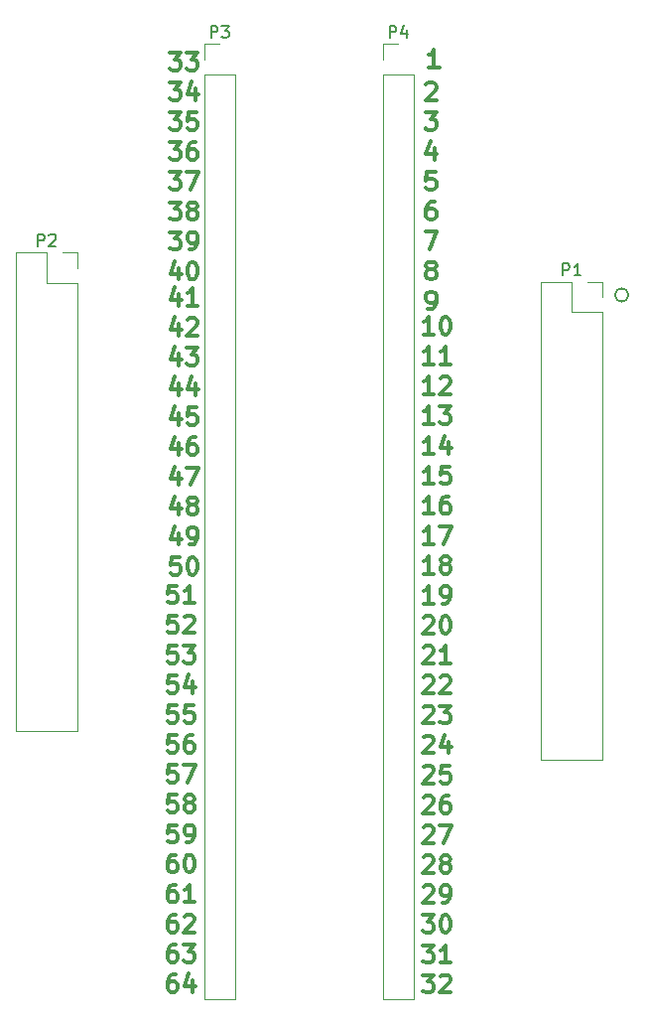
<source format=gbr>
G04 #@! TF.FileFunction,Legend,Top*
%FSLAX46Y46*%
G04 Gerber Fmt 4.6, Leading zero omitted, Abs format (unit mm)*
G04 Created by KiCad (PCBNEW 4.0.7) date 10/02/17 15:55:06*
%MOMM*%
%LPD*%
G01*
G04 APERTURE LIST*
%ADD10C,0.100000*%
%ADD11C,0.300000*%
%ADD12C,0.200000*%
%ADD13C,0.120000*%
%ADD14C,0.150000*%
G04 APERTURE END LIST*
D10*
D11*
X-75469714Y21021429D02*
X-76326857Y21021429D01*
X-75898285Y21021429D02*
X-75898285Y22521429D01*
X-76041142Y22307143D01*
X-76184000Y22164286D01*
X-76326857Y22092857D01*
X-74541143Y22521429D02*
X-74398286Y22521429D01*
X-74255429Y22450000D01*
X-74184000Y22378571D01*
X-74112571Y22235714D01*
X-74041143Y21950000D01*
X-74041143Y21592857D01*
X-74112571Y21307143D01*
X-74184000Y21164286D01*
X-74255429Y21092857D01*
X-74398286Y21021429D01*
X-74541143Y21021429D01*
X-74684000Y21092857D01*
X-74755429Y21164286D01*
X-74826857Y21307143D01*
X-74898286Y21592857D01*
X-74898286Y21950000D01*
X-74826857Y22235714D01*
X-74755429Y22378571D01*
X-74684000Y22450000D01*
X-74541143Y22521429D01*
X-75469714Y18471429D02*
X-76326857Y18471429D01*
X-75898285Y18471429D02*
X-75898285Y19971429D01*
X-76041142Y19757143D01*
X-76184000Y19614286D01*
X-76326857Y19542857D01*
X-74041143Y18471429D02*
X-74898286Y18471429D01*
X-74469714Y18471429D02*
X-74469714Y19971429D01*
X-74612571Y19757143D01*
X-74755429Y19614286D01*
X-74898286Y19542857D01*
X-75469714Y15921429D02*
X-76326857Y15921429D01*
X-75898285Y15921429D02*
X-75898285Y17421429D01*
X-76041142Y17207143D01*
X-76184000Y17064286D01*
X-76326857Y16992857D01*
X-74898286Y17278571D02*
X-74826857Y17350000D01*
X-74684000Y17421429D01*
X-74326857Y17421429D01*
X-74184000Y17350000D01*
X-74112571Y17278571D01*
X-74041143Y17135714D01*
X-74041143Y16992857D01*
X-74112571Y16778571D01*
X-74969714Y15921429D01*
X-74041143Y15921429D01*
X-75469714Y13371429D02*
X-76326857Y13371429D01*
X-75898285Y13371429D02*
X-75898285Y14871429D01*
X-76041142Y14657143D01*
X-76184000Y14514286D01*
X-76326857Y14442857D01*
X-74969714Y14871429D02*
X-74041143Y14871429D01*
X-74541143Y14300000D01*
X-74326857Y14300000D01*
X-74184000Y14228571D01*
X-74112571Y14157143D01*
X-74041143Y14014286D01*
X-74041143Y13657143D01*
X-74112571Y13514286D01*
X-74184000Y13442857D01*
X-74326857Y13371429D01*
X-74755429Y13371429D01*
X-74898286Y13442857D01*
X-74969714Y13514286D01*
X-75469714Y10821429D02*
X-76326857Y10821429D01*
X-75898285Y10821429D02*
X-75898285Y12321429D01*
X-76041142Y12107143D01*
X-76184000Y11964286D01*
X-76326857Y11892857D01*
X-74184000Y11821429D02*
X-74184000Y10821429D01*
X-74541143Y12392857D02*
X-74898286Y11321429D01*
X-73969714Y11321429D01*
X-75469714Y8271429D02*
X-76326857Y8271429D01*
X-75898285Y8271429D02*
X-75898285Y9771429D01*
X-76041142Y9557143D01*
X-76184000Y9414286D01*
X-76326857Y9342857D01*
X-74112571Y9771429D02*
X-74826857Y9771429D01*
X-74898286Y9057143D01*
X-74826857Y9128571D01*
X-74684000Y9200000D01*
X-74326857Y9200000D01*
X-74184000Y9128571D01*
X-74112571Y9057143D01*
X-74041143Y8914286D01*
X-74041143Y8557143D01*
X-74112571Y8414286D01*
X-74184000Y8342857D01*
X-74326857Y8271429D01*
X-74684000Y8271429D01*
X-74826857Y8342857D01*
X-74898286Y8414286D01*
X-75469714Y5721429D02*
X-76326857Y5721429D01*
X-75898285Y5721429D02*
X-75898285Y7221429D01*
X-76041142Y7007143D01*
X-76184000Y6864286D01*
X-76326857Y6792857D01*
X-74184000Y7221429D02*
X-74469714Y7221429D01*
X-74612571Y7150000D01*
X-74684000Y7078571D01*
X-74826857Y6864286D01*
X-74898286Y6578571D01*
X-74898286Y6007143D01*
X-74826857Y5864286D01*
X-74755429Y5792857D01*
X-74612571Y5721429D01*
X-74326857Y5721429D01*
X-74184000Y5792857D01*
X-74112571Y5864286D01*
X-74041143Y6007143D01*
X-74041143Y6364286D01*
X-74112571Y6507143D01*
X-74184000Y6578571D01*
X-74326857Y6650000D01*
X-74612571Y6650000D01*
X-74755429Y6578571D01*
X-74826857Y6507143D01*
X-74898286Y6364286D01*
X-75469714Y3171429D02*
X-76326857Y3171429D01*
X-75898285Y3171429D02*
X-75898285Y4671429D01*
X-76041142Y4457143D01*
X-76184000Y4314286D01*
X-76326857Y4242857D01*
X-74969714Y4671429D02*
X-73969714Y4671429D01*
X-74612571Y3171429D01*
X-75469714Y621429D02*
X-76326857Y621429D01*
X-75898285Y621429D02*
X-75898285Y2121429D01*
X-76041142Y1907143D01*
X-76184000Y1764286D01*
X-76326857Y1692857D01*
X-74612571Y1478571D02*
X-74755429Y1550000D01*
X-74826857Y1621429D01*
X-74898286Y1764286D01*
X-74898286Y1835714D01*
X-74826857Y1978571D01*
X-74755429Y2050000D01*
X-74612571Y2121429D01*
X-74326857Y2121429D01*
X-74184000Y2050000D01*
X-74112571Y1978571D01*
X-74041143Y1835714D01*
X-74041143Y1764286D01*
X-74112571Y1621429D01*
X-74184000Y1550000D01*
X-74326857Y1478571D01*
X-74612571Y1478571D01*
X-74755429Y1407143D01*
X-74826857Y1335714D01*
X-74898286Y1192857D01*
X-74898286Y907143D01*
X-74826857Y764286D01*
X-74755429Y692857D01*
X-74612571Y621429D01*
X-74326857Y621429D01*
X-74184000Y692857D01*
X-74112571Y764286D01*
X-74041143Y907143D01*
X-74041143Y1192857D01*
X-74112571Y1335714D01*
X-74184000Y1407143D01*
X-74326857Y1478571D01*
X-75469714Y-1928571D02*
X-76326857Y-1928571D01*
X-75898285Y-1928571D02*
X-75898285Y-428571D01*
X-76041142Y-642857D01*
X-76184000Y-785714D01*
X-76326857Y-857143D01*
X-74755429Y-1928571D02*
X-74469714Y-1928571D01*
X-74326857Y-1857143D01*
X-74255429Y-1785714D01*
X-74112571Y-1571429D01*
X-74041143Y-1285714D01*
X-74041143Y-714286D01*
X-74112571Y-571429D01*
X-74184000Y-500000D01*
X-74326857Y-428571D01*
X-74612571Y-428571D01*
X-74755429Y-500000D01*
X-74826857Y-571429D01*
X-74898286Y-714286D01*
X-74898286Y-1071429D01*
X-74826857Y-1214286D01*
X-74755429Y-1285714D01*
X-74612571Y-1357143D01*
X-74326857Y-1357143D01*
X-74184000Y-1285714D01*
X-74112571Y-1214286D01*
X-74041143Y-1071429D01*
X-76326857Y-3121429D02*
X-76255428Y-3050000D01*
X-76112571Y-2978571D01*
X-75755428Y-2978571D01*
X-75612571Y-3050000D01*
X-75541142Y-3121429D01*
X-75469714Y-3264286D01*
X-75469714Y-3407143D01*
X-75541142Y-3621429D01*
X-76398285Y-4478571D01*
X-75469714Y-4478571D01*
X-74541143Y-2978571D02*
X-74398286Y-2978571D01*
X-74255429Y-3050000D01*
X-74184000Y-3121429D01*
X-74112571Y-3264286D01*
X-74041143Y-3550000D01*
X-74041143Y-3907143D01*
X-74112571Y-4192857D01*
X-74184000Y-4335714D01*
X-74255429Y-4407143D01*
X-74398286Y-4478571D01*
X-74541143Y-4478571D01*
X-74684000Y-4407143D01*
X-74755429Y-4335714D01*
X-74826857Y-4192857D01*
X-74898286Y-3907143D01*
X-74898286Y-3550000D01*
X-74826857Y-3264286D01*
X-74755429Y-3121429D01*
X-74684000Y-3050000D01*
X-74541143Y-2978571D01*
X-76326857Y-5671429D02*
X-76255428Y-5600000D01*
X-76112571Y-5528571D01*
X-75755428Y-5528571D01*
X-75612571Y-5600000D01*
X-75541142Y-5671429D01*
X-75469714Y-5814286D01*
X-75469714Y-5957143D01*
X-75541142Y-6171429D01*
X-76398285Y-7028571D01*
X-75469714Y-7028571D01*
X-74041143Y-7028571D02*
X-74898286Y-7028571D01*
X-74469714Y-7028571D02*
X-74469714Y-5528571D01*
X-74612571Y-5742857D01*
X-74755429Y-5885714D01*
X-74898286Y-5957143D01*
X-76326857Y-8221429D02*
X-76255428Y-8150000D01*
X-76112571Y-8078571D01*
X-75755428Y-8078571D01*
X-75612571Y-8150000D01*
X-75541142Y-8221429D01*
X-75469714Y-8364286D01*
X-75469714Y-8507143D01*
X-75541142Y-8721429D01*
X-76398285Y-9578571D01*
X-75469714Y-9578571D01*
X-74898286Y-8221429D02*
X-74826857Y-8150000D01*
X-74684000Y-8078571D01*
X-74326857Y-8078571D01*
X-74184000Y-8150000D01*
X-74112571Y-8221429D01*
X-74041143Y-8364286D01*
X-74041143Y-8507143D01*
X-74112571Y-8721429D01*
X-74969714Y-9578571D01*
X-74041143Y-9578571D01*
X-76326857Y-10771429D02*
X-76255428Y-10700000D01*
X-76112571Y-10628571D01*
X-75755428Y-10628571D01*
X-75612571Y-10700000D01*
X-75541142Y-10771429D01*
X-75469714Y-10914286D01*
X-75469714Y-11057143D01*
X-75541142Y-11271429D01*
X-76398285Y-12128571D01*
X-75469714Y-12128571D01*
X-74969714Y-10628571D02*
X-74041143Y-10628571D01*
X-74541143Y-11200000D01*
X-74326857Y-11200000D01*
X-74184000Y-11271429D01*
X-74112571Y-11342857D01*
X-74041143Y-11485714D01*
X-74041143Y-11842857D01*
X-74112571Y-11985714D01*
X-74184000Y-12057143D01*
X-74326857Y-12128571D01*
X-74755429Y-12128571D01*
X-74898286Y-12057143D01*
X-74969714Y-11985714D01*
X-76326857Y-13321429D02*
X-76255428Y-13250000D01*
X-76112571Y-13178571D01*
X-75755428Y-13178571D01*
X-75612571Y-13250000D01*
X-75541142Y-13321429D01*
X-75469714Y-13464286D01*
X-75469714Y-13607143D01*
X-75541142Y-13821429D01*
X-76398285Y-14678571D01*
X-75469714Y-14678571D01*
X-74184000Y-13678571D02*
X-74184000Y-14678571D01*
X-74541143Y-13107143D02*
X-74898286Y-14178571D01*
X-73969714Y-14178571D01*
X-76326857Y-15871429D02*
X-76255428Y-15800000D01*
X-76112571Y-15728571D01*
X-75755428Y-15728571D01*
X-75612571Y-15800000D01*
X-75541142Y-15871429D01*
X-75469714Y-16014286D01*
X-75469714Y-16157143D01*
X-75541142Y-16371429D01*
X-76398285Y-17228571D01*
X-75469714Y-17228571D01*
X-74112571Y-15728571D02*
X-74826857Y-15728571D01*
X-74898286Y-16442857D01*
X-74826857Y-16371429D01*
X-74684000Y-16300000D01*
X-74326857Y-16300000D01*
X-74184000Y-16371429D01*
X-74112571Y-16442857D01*
X-74041143Y-16585714D01*
X-74041143Y-16942857D01*
X-74112571Y-17085714D01*
X-74184000Y-17157143D01*
X-74326857Y-17228571D01*
X-74684000Y-17228571D01*
X-74826857Y-17157143D01*
X-74898286Y-17085714D01*
X-76326857Y-18421429D02*
X-76255428Y-18350000D01*
X-76112571Y-18278571D01*
X-75755428Y-18278571D01*
X-75612571Y-18350000D01*
X-75541142Y-18421429D01*
X-75469714Y-18564286D01*
X-75469714Y-18707143D01*
X-75541142Y-18921429D01*
X-76398285Y-19778571D01*
X-75469714Y-19778571D01*
X-74184000Y-18278571D02*
X-74469714Y-18278571D01*
X-74612571Y-18350000D01*
X-74684000Y-18421429D01*
X-74826857Y-18635714D01*
X-74898286Y-18921429D01*
X-74898286Y-19492857D01*
X-74826857Y-19635714D01*
X-74755429Y-19707143D01*
X-74612571Y-19778571D01*
X-74326857Y-19778571D01*
X-74184000Y-19707143D01*
X-74112571Y-19635714D01*
X-74041143Y-19492857D01*
X-74041143Y-19135714D01*
X-74112571Y-18992857D01*
X-74184000Y-18921429D01*
X-74326857Y-18850000D01*
X-74612571Y-18850000D01*
X-74755429Y-18921429D01*
X-74826857Y-18992857D01*
X-74898286Y-19135714D01*
X-76326857Y-20971429D02*
X-76255428Y-20900000D01*
X-76112571Y-20828571D01*
X-75755428Y-20828571D01*
X-75612571Y-20900000D01*
X-75541142Y-20971429D01*
X-75469714Y-21114286D01*
X-75469714Y-21257143D01*
X-75541142Y-21471429D01*
X-76398285Y-22328571D01*
X-75469714Y-22328571D01*
X-74969714Y-20828571D02*
X-73969714Y-20828571D01*
X-74612571Y-22328571D01*
X-76326857Y-23521429D02*
X-76255428Y-23450000D01*
X-76112571Y-23378571D01*
X-75755428Y-23378571D01*
X-75612571Y-23450000D01*
X-75541142Y-23521429D01*
X-75469714Y-23664286D01*
X-75469714Y-23807143D01*
X-75541142Y-24021429D01*
X-76398285Y-24878571D01*
X-75469714Y-24878571D01*
X-74612571Y-24021429D02*
X-74755429Y-23950000D01*
X-74826857Y-23878571D01*
X-74898286Y-23735714D01*
X-74898286Y-23664286D01*
X-74826857Y-23521429D01*
X-74755429Y-23450000D01*
X-74612571Y-23378571D01*
X-74326857Y-23378571D01*
X-74184000Y-23450000D01*
X-74112571Y-23521429D01*
X-74041143Y-23664286D01*
X-74041143Y-23735714D01*
X-74112571Y-23878571D01*
X-74184000Y-23950000D01*
X-74326857Y-24021429D01*
X-74612571Y-24021429D01*
X-74755429Y-24092857D01*
X-74826857Y-24164286D01*
X-74898286Y-24307143D01*
X-74898286Y-24592857D01*
X-74826857Y-24735714D01*
X-74755429Y-24807143D01*
X-74612571Y-24878571D01*
X-74326857Y-24878571D01*
X-74184000Y-24807143D01*
X-74112571Y-24735714D01*
X-74041143Y-24592857D01*
X-74041143Y-24307143D01*
X-74112571Y-24164286D01*
X-74184000Y-24092857D01*
X-74326857Y-24021429D01*
X-76326857Y-26071429D02*
X-76255428Y-26000000D01*
X-76112571Y-25928571D01*
X-75755428Y-25928571D01*
X-75612571Y-26000000D01*
X-75541142Y-26071429D01*
X-75469714Y-26214286D01*
X-75469714Y-26357143D01*
X-75541142Y-26571429D01*
X-76398285Y-27428571D01*
X-75469714Y-27428571D01*
X-74755429Y-27428571D02*
X-74469714Y-27428571D01*
X-74326857Y-27357143D01*
X-74255429Y-27285714D01*
X-74112571Y-27071429D01*
X-74041143Y-26785714D01*
X-74041143Y-26214286D01*
X-74112571Y-26071429D01*
X-74184000Y-26000000D01*
X-74326857Y-25928571D01*
X-74612571Y-25928571D01*
X-74755429Y-26000000D01*
X-74826857Y-26071429D01*
X-74898286Y-26214286D01*
X-74898286Y-26571429D01*
X-74826857Y-26714286D01*
X-74755429Y-26785714D01*
X-74612571Y-26857143D01*
X-74326857Y-26857143D01*
X-74184000Y-26785714D01*
X-74112571Y-26714286D01*
X-74041143Y-26571429D01*
X-76398285Y-28478571D02*
X-75469714Y-28478571D01*
X-75969714Y-29050000D01*
X-75755428Y-29050000D01*
X-75612571Y-29121429D01*
X-75541142Y-29192857D01*
X-75469714Y-29335714D01*
X-75469714Y-29692857D01*
X-75541142Y-29835714D01*
X-75612571Y-29907143D01*
X-75755428Y-29978571D01*
X-76184000Y-29978571D01*
X-76326857Y-29907143D01*
X-76398285Y-29835714D01*
X-74541143Y-28478571D02*
X-74398286Y-28478571D01*
X-74255429Y-28550000D01*
X-74184000Y-28621429D01*
X-74112571Y-28764286D01*
X-74041143Y-29050000D01*
X-74041143Y-29407143D01*
X-74112571Y-29692857D01*
X-74184000Y-29835714D01*
X-74255429Y-29907143D01*
X-74398286Y-29978571D01*
X-74541143Y-29978571D01*
X-74684000Y-29907143D01*
X-74755429Y-29835714D01*
X-74826857Y-29692857D01*
X-74898286Y-29407143D01*
X-74898286Y-29050000D01*
X-74826857Y-28764286D01*
X-74755429Y-28621429D01*
X-74684000Y-28550000D01*
X-74541143Y-28478571D01*
X-76398285Y-31028571D02*
X-75469714Y-31028571D01*
X-75969714Y-31600000D01*
X-75755428Y-31600000D01*
X-75612571Y-31671429D01*
X-75541142Y-31742857D01*
X-75469714Y-31885714D01*
X-75469714Y-32242857D01*
X-75541142Y-32385714D01*
X-75612571Y-32457143D01*
X-75755428Y-32528571D01*
X-76184000Y-32528571D01*
X-76326857Y-32457143D01*
X-76398285Y-32385714D01*
X-74041143Y-32528571D02*
X-74898286Y-32528571D01*
X-74469714Y-32528571D02*
X-74469714Y-31028571D01*
X-74612571Y-31242857D01*
X-74755429Y-31385714D01*
X-74898286Y-31457143D01*
X-76398285Y-33578571D02*
X-75469714Y-33578571D01*
X-75969714Y-34150000D01*
X-75755428Y-34150000D01*
X-75612571Y-34221429D01*
X-75541142Y-34292857D01*
X-75469714Y-34435714D01*
X-75469714Y-34792857D01*
X-75541142Y-34935714D01*
X-75612571Y-35007143D01*
X-75755428Y-35078571D01*
X-76184000Y-35078571D01*
X-76326857Y-35007143D01*
X-76398285Y-34935714D01*
X-74898286Y-33721429D02*
X-74826857Y-33650000D01*
X-74684000Y-33578571D01*
X-74326857Y-33578571D01*
X-74184000Y-33650000D01*
X-74112571Y-33721429D01*
X-74041143Y-33864286D01*
X-74041143Y-34007143D01*
X-74112571Y-34221429D01*
X-74969714Y-35078571D01*
X-74041143Y-35078571D01*
D12*
X-58868039Y24384000D02*
G75*
G03X-58868039Y24384000I-567961J0D01*
G01*
D11*
X-97385142Y-383571D02*
X-98099428Y-383571D01*
X-98170857Y-1097857D01*
X-98099428Y-1026429D01*
X-97956571Y-955000D01*
X-97599428Y-955000D01*
X-97456571Y-1026429D01*
X-97385142Y-1097857D01*
X-97313714Y-1240714D01*
X-97313714Y-1597857D01*
X-97385142Y-1740714D01*
X-97456571Y-1812143D01*
X-97599428Y-1883571D01*
X-97956571Y-1883571D01*
X-98099428Y-1812143D01*
X-98170857Y-1740714D01*
X-95885143Y-1883571D02*
X-96742286Y-1883571D01*
X-96313714Y-1883571D02*
X-96313714Y-383571D01*
X-96456571Y-597857D01*
X-96599429Y-740714D01*
X-96742286Y-812143D01*
X-97385142Y-2933571D02*
X-98099428Y-2933571D01*
X-98170857Y-3647857D01*
X-98099428Y-3576429D01*
X-97956571Y-3505000D01*
X-97599428Y-3505000D01*
X-97456571Y-3576429D01*
X-97385142Y-3647857D01*
X-97313714Y-3790714D01*
X-97313714Y-4147857D01*
X-97385142Y-4290714D01*
X-97456571Y-4362143D01*
X-97599428Y-4433571D01*
X-97956571Y-4433571D01*
X-98099428Y-4362143D01*
X-98170857Y-4290714D01*
X-96742286Y-3076429D02*
X-96670857Y-3005000D01*
X-96528000Y-2933571D01*
X-96170857Y-2933571D01*
X-96028000Y-3005000D01*
X-95956571Y-3076429D01*
X-95885143Y-3219286D01*
X-95885143Y-3362143D01*
X-95956571Y-3576429D01*
X-96813714Y-4433571D01*
X-95885143Y-4433571D01*
X-97385142Y-5483571D02*
X-98099428Y-5483571D01*
X-98170857Y-6197857D01*
X-98099428Y-6126429D01*
X-97956571Y-6055000D01*
X-97599428Y-6055000D01*
X-97456571Y-6126429D01*
X-97385142Y-6197857D01*
X-97313714Y-6340714D01*
X-97313714Y-6697857D01*
X-97385142Y-6840714D01*
X-97456571Y-6912143D01*
X-97599428Y-6983571D01*
X-97956571Y-6983571D01*
X-98099428Y-6912143D01*
X-98170857Y-6840714D01*
X-96813714Y-5483571D02*
X-95885143Y-5483571D01*
X-96385143Y-6055000D01*
X-96170857Y-6055000D01*
X-96028000Y-6126429D01*
X-95956571Y-6197857D01*
X-95885143Y-6340714D01*
X-95885143Y-6697857D01*
X-95956571Y-6840714D01*
X-96028000Y-6912143D01*
X-96170857Y-6983571D01*
X-96599429Y-6983571D01*
X-96742286Y-6912143D01*
X-96813714Y-6840714D01*
X-97385142Y-8033571D02*
X-98099428Y-8033571D01*
X-98170857Y-8747857D01*
X-98099428Y-8676429D01*
X-97956571Y-8605000D01*
X-97599428Y-8605000D01*
X-97456571Y-8676429D01*
X-97385142Y-8747857D01*
X-97313714Y-8890714D01*
X-97313714Y-9247857D01*
X-97385142Y-9390714D01*
X-97456571Y-9462143D01*
X-97599428Y-9533571D01*
X-97956571Y-9533571D01*
X-98099428Y-9462143D01*
X-98170857Y-9390714D01*
X-96028000Y-8533571D02*
X-96028000Y-9533571D01*
X-96385143Y-7962143D02*
X-96742286Y-9033571D01*
X-95813714Y-9033571D01*
X-97385142Y-10583571D02*
X-98099428Y-10583571D01*
X-98170857Y-11297857D01*
X-98099428Y-11226429D01*
X-97956571Y-11155000D01*
X-97599428Y-11155000D01*
X-97456571Y-11226429D01*
X-97385142Y-11297857D01*
X-97313714Y-11440714D01*
X-97313714Y-11797857D01*
X-97385142Y-11940714D01*
X-97456571Y-12012143D01*
X-97599428Y-12083571D01*
X-97956571Y-12083571D01*
X-98099428Y-12012143D01*
X-98170857Y-11940714D01*
X-95956571Y-10583571D02*
X-96670857Y-10583571D01*
X-96742286Y-11297857D01*
X-96670857Y-11226429D01*
X-96528000Y-11155000D01*
X-96170857Y-11155000D01*
X-96028000Y-11226429D01*
X-95956571Y-11297857D01*
X-95885143Y-11440714D01*
X-95885143Y-11797857D01*
X-95956571Y-11940714D01*
X-96028000Y-12012143D01*
X-96170857Y-12083571D01*
X-96528000Y-12083571D01*
X-96670857Y-12012143D01*
X-96742286Y-11940714D01*
X-97385142Y-13133571D02*
X-98099428Y-13133571D01*
X-98170857Y-13847857D01*
X-98099428Y-13776429D01*
X-97956571Y-13705000D01*
X-97599428Y-13705000D01*
X-97456571Y-13776429D01*
X-97385142Y-13847857D01*
X-97313714Y-13990714D01*
X-97313714Y-14347857D01*
X-97385142Y-14490714D01*
X-97456571Y-14562143D01*
X-97599428Y-14633571D01*
X-97956571Y-14633571D01*
X-98099428Y-14562143D01*
X-98170857Y-14490714D01*
X-96028000Y-13133571D02*
X-96313714Y-13133571D01*
X-96456571Y-13205000D01*
X-96528000Y-13276429D01*
X-96670857Y-13490714D01*
X-96742286Y-13776429D01*
X-96742286Y-14347857D01*
X-96670857Y-14490714D01*
X-96599429Y-14562143D01*
X-96456571Y-14633571D01*
X-96170857Y-14633571D01*
X-96028000Y-14562143D01*
X-95956571Y-14490714D01*
X-95885143Y-14347857D01*
X-95885143Y-13990714D01*
X-95956571Y-13847857D01*
X-96028000Y-13776429D01*
X-96170857Y-13705000D01*
X-96456571Y-13705000D01*
X-96599429Y-13776429D01*
X-96670857Y-13847857D01*
X-96742286Y-13990714D01*
X-97385142Y-15683571D02*
X-98099428Y-15683571D01*
X-98170857Y-16397857D01*
X-98099428Y-16326429D01*
X-97956571Y-16255000D01*
X-97599428Y-16255000D01*
X-97456571Y-16326429D01*
X-97385142Y-16397857D01*
X-97313714Y-16540714D01*
X-97313714Y-16897857D01*
X-97385142Y-17040714D01*
X-97456571Y-17112143D01*
X-97599428Y-17183571D01*
X-97956571Y-17183571D01*
X-98099428Y-17112143D01*
X-98170857Y-17040714D01*
X-96813714Y-15683571D02*
X-95813714Y-15683571D01*
X-96456571Y-17183571D01*
X-97385142Y-18233571D02*
X-98099428Y-18233571D01*
X-98170857Y-18947857D01*
X-98099428Y-18876429D01*
X-97956571Y-18805000D01*
X-97599428Y-18805000D01*
X-97456571Y-18876429D01*
X-97385142Y-18947857D01*
X-97313714Y-19090714D01*
X-97313714Y-19447857D01*
X-97385142Y-19590714D01*
X-97456571Y-19662143D01*
X-97599428Y-19733571D01*
X-97956571Y-19733571D01*
X-98099428Y-19662143D01*
X-98170857Y-19590714D01*
X-96456571Y-18876429D02*
X-96599429Y-18805000D01*
X-96670857Y-18733571D01*
X-96742286Y-18590714D01*
X-96742286Y-18519286D01*
X-96670857Y-18376429D01*
X-96599429Y-18305000D01*
X-96456571Y-18233571D01*
X-96170857Y-18233571D01*
X-96028000Y-18305000D01*
X-95956571Y-18376429D01*
X-95885143Y-18519286D01*
X-95885143Y-18590714D01*
X-95956571Y-18733571D01*
X-96028000Y-18805000D01*
X-96170857Y-18876429D01*
X-96456571Y-18876429D01*
X-96599429Y-18947857D01*
X-96670857Y-19019286D01*
X-96742286Y-19162143D01*
X-96742286Y-19447857D01*
X-96670857Y-19590714D01*
X-96599429Y-19662143D01*
X-96456571Y-19733571D01*
X-96170857Y-19733571D01*
X-96028000Y-19662143D01*
X-95956571Y-19590714D01*
X-95885143Y-19447857D01*
X-95885143Y-19162143D01*
X-95956571Y-19019286D01*
X-96028000Y-18947857D01*
X-96170857Y-18876429D01*
X-97385142Y-20783571D02*
X-98099428Y-20783571D01*
X-98170857Y-21497857D01*
X-98099428Y-21426429D01*
X-97956571Y-21355000D01*
X-97599428Y-21355000D01*
X-97456571Y-21426429D01*
X-97385142Y-21497857D01*
X-97313714Y-21640714D01*
X-97313714Y-21997857D01*
X-97385142Y-22140714D01*
X-97456571Y-22212143D01*
X-97599428Y-22283571D01*
X-97956571Y-22283571D01*
X-98099428Y-22212143D01*
X-98170857Y-22140714D01*
X-96599429Y-22283571D02*
X-96313714Y-22283571D01*
X-96170857Y-22212143D01*
X-96099429Y-22140714D01*
X-95956571Y-21926429D01*
X-95885143Y-21640714D01*
X-95885143Y-21069286D01*
X-95956571Y-20926429D01*
X-96028000Y-20855000D01*
X-96170857Y-20783571D01*
X-96456571Y-20783571D01*
X-96599429Y-20855000D01*
X-96670857Y-20926429D01*
X-96742286Y-21069286D01*
X-96742286Y-21426429D01*
X-96670857Y-21569286D01*
X-96599429Y-21640714D01*
X-96456571Y-21712143D01*
X-96170857Y-21712143D01*
X-96028000Y-21640714D01*
X-95956571Y-21569286D01*
X-95885143Y-21426429D01*
X-97456571Y-23333571D02*
X-97742285Y-23333571D01*
X-97885142Y-23405000D01*
X-97956571Y-23476429D01*
X-98099428Y-23690714D01*
X-98170857Y-23976429D01*
X-98170857Y-24547857D01*
X-98099428Y-24690714D01*
X-98028000Y-24762143D01*
X-97885142Y-24833571D01*
X-97599428Y-24833571D01*
X-97456571Y-24762143D01*
X-97385142Y-24690714D01*
X-97313714Y-24547857D01*
X-97313714Y-24190714D01*
X-97385142Y-24047857D01*
X-97456571Y-23976429D01*
X-97599428Y-23905000D01*
X-97885142Y-23905000D01*
X-98028000Y-23976429D01*
X-98099428Y-24047857D01*
X-98170857Y-24190714D01*
X-96385143Y-23333571D02*
X-96242286Y-23333571D01*
X-96099429Y-23405000D01*
X-96028000Y-23476429D01*
X-95956571Y-23619286D01*
X-95885143Y-23905000D01*
X-95885143Y-24262143D01*
X-95956571Y-24547857D01*
X-96028000Y-24690714D01*
X-96099429Y-24762143D01*
X-96242286Y-24833571D01*
X-96385143Y-24833571D01*
X-96528000Y-24762143D01*
X-96599429Y-24690714D01*
X-96670857Y-24547857D01*
X-96742286Y-24262143D01*
X-96742286Y-23905000D01*
X-96670857Y-23619286D01*
X-96599429Y-23476429D01*
X-96528000Y-23405000D01*
X-96385143Y-23333571D01*
X-97456571Y-25883571D02*
X-97742285Y-25883571D01*
X-97885142Y-25955000D01*
X-97956571Y-26026429D01*
X-98099428Y-26240714D01*
X-98170857Y-26526429D01*
X-98170857Y-27097857D01*
X-98099428Y-27240714D01*
X-98028000Y-27312143D01*
X-97885142Y-27383571D01*
X-97599428Y-27383571D01*
X-97456571Y-27312143D01*
X-97385142Y-27240714D01*
X-97313714Y-27097857D01*
X-97313714Y-26740714D01*
X-97385142Y-26597857D01*
X-97456571Y-26526429D01*
X-97599428Y-26455000D01*
X-97885142Y-26455000D01*
X-98028000Y-26526429D01*
X-98099428Y-26597857D01*
X-98170857Y-26740714D01*
X-95885143Y-27383571D02*
X-96742286Y-27383571D01*
X-96313714Y-27383571D02*
X-96313714Y-25883571D01*
X-96456571Y-26097857D01*
X-96599429Y-26240714D01*
X-96742286Y-26312143D01*
X-97456571Y-28433571D02*
X-97742285Y-28433571D01*
X-97885142Y-28505000D01*
X-97956571Y-28576429D01*
X-98099428Y-28790714D01*
X-98170857Y-29076429D01*
X-98170857Y-29647857D01*
X-98099428Y-29790714D01*
X-98028000Y-29862143D01*
X-97885142Y-29933571D01*
X-97599428Y-29933571D01*
X-97456571Y-29862143D01*
X-97385142Y-29790714D01*
X-97313714Y-29647857D01*
X-97313714Y-29290714D01*
X-97385142Y-29147857D01*
X-97456571Y-29076429D01*
X-97599428Y-29005000D01*
X-97885142Y-29005000D01*
X-98028000Y-29076429D01*
X-98099428Y-29147857D01*
X-98170857Y-29290714D01*
X-96742286Y-28576429D02*
X-96670857Y-28505000D01*
X-96528000Y-28433571D01*
X-96170857Y-28433571D01*
X-96028000Y-28505000D01*
X-95956571Y-28576429D01*
X-95885143Y-28719286D01*
X-95885143Y-28862143D01*
X-95956571Y-29076429D01*
X-96813714Y-29933571D01*
X-95885143Y-29933571D01*
X-97456571Y-30983571D02*
X-97742285Y-30983571D01*
X-97885142Y-31055000D01*
X-97956571Y-31126429D01*
X-98099428Y-31340714D01*
X-98170857Y-31626429D01*
X-98170857Y-32197857D01*
X-98099428Y-32340714D01*
X-98028000Y-32412143D01*
X-97885142Y-32483571D01*
X-97599428Y-32483571D01*
X-97456571Y-32412143D01*
X-97385142Y-32340714D01*
X-97313714Y-32197857D01*
X-97313714Y-31840714D01*
X-97385142Y-31697857D01*
X-97456571Y-31626429D01*
X-97599428Y-31555000D01*
X-97885142Y-31555000D01*
X-98028000Y-31626429D01*
X-98099428Y-31697857D01*
X-98170857Y-31840714D01*
X-96813714Y-30983571D02*
X-95885143Y-30983571D01*
X-96385143Y-31555000D01*
X-96170857Y-31555000D01*
X-96028000Y-31626429D01*
X-95956571Y-31697857D01*
X-95885143Y-31840714D01*
X-95885143Y-32197857D01*
X-95956571Y-32340714D01*
X-96028000Y-32412143D01*
X-96170857Y-32483571D01*
X-96599429Y-32483571D01*
X-96742286Y-32412143D01*
X-96813714Y-32340714D01*
X-97456571Y-33533571D02*
X-97742285Y-33533571D01*
X-97885142Y-33605000D01*
X-97956571Y-33676429D01*
X-98099428Y-33890714D01*
X-98170857Y-34176429D01*
X-98170857Y-34747857D01*
X-98099428Y-34890714D01*
X-98028000Y-34962143D01*
X-97885142Y-35033571D01*
X-97599428Y-35033571D01*
X-97456571Y-34962143D01*
X-97385142Y-34890714D01*
X-97313714Y-34747857D01*
X-97313714Y-34390714D01*
X-97385142Y-34247857D01*
X-97456571Y-34176429D01*
X-97599428Y-34105000D01*
X-97885142Y-34105000D01*
X-98028000Y-34176429D01*
X-98099428Y-34247857D01*
X-98170857Y-34390714D01*
X-96028000Y-34033571D02*
X-96028000Y-35033571D01*
X-96385143Y-33462143D02*
X-96742286Y-34533571D01*
X-95813714Y-34533571D01*
X-97202571Y24496429D02*
X-97202571Y23496429D01*
X-97559714Y25067857D02*
X-97916857Y23996429D01*
X-96988285Y23996429D01*
X-95631143Y23496429D02*
X-96488286Y23496429D01*
X-96059714Y23496429D02*
X-96059714Y24996429D01*
X-96202571Y24782143D01*
X-96345429Y24639286D01*
X-96488286Y24567857D01*
X-97202571Y21946429D02*
X-97202571Y20946429D01*
X-97559714Y22517857D02*
X-97916857Y21446429D01*
X-96988285Y21446429D01*
X-96488286Y22303571D02*
X-96416857Y22375000D01*
X-96274000Y22446429D01*
X-95916857Y22446429D01*
X-95774000Y22375000D01*
X-95702571Y22303571D01*
X-95631143Y22160714D01*
X-95631143Y22017857D01*
X-95702571Y21803571D01*
X-96559714Y20946429D01*
X-95631143Y20946429D01*
X-97202571Y19396429D02*
X-97202571Y18396429D01*
X-97559714Y19967857D02*
X-97916857Y18896429D01*
X-96988285Y18896429D01*
X-96559714Y19896429D02*
X-95631143Y19896429D01*
X-96131143Y19325000D01*
X-95916857Y19325000D01*
X-95774000Y19253571D01*
X-95702571Y19182143D01*
X-95631143Y19039286D01*
X-95631143Y18682143D01*
X-95702571Y18539286D01*
X-95774000Y18467857D01*
X-95916857Y18396429D01*
X-96345429Y18396429D01*
X-96488286Y18467857D01*
X-96559714Y18539286D01*
X-97202571Y16846429D02*
X-97202571Y15846429D01*
X-97559714Y17417857D02*
X-97916857Y16346429D01*
X-96988285Y16346429D01*
X-95774000Y16846429D02*
X-95774000Y15846429D01*
X-96131143Y17417857D02*
X-96488286Y16346429D01*
X-95559714Y16346429D01*
X-97202571Y14296429D02*
X-97202571Y13296429D01*
X-97559714Y14867857D02*
X-97916857Y13796429D01*
X-96988285Y13796429D01*
X-95702571Y14796429D02*
X-96416857Y14796429D01*
X-96488286Y14082143D01*
X-96416857Y14153571D01*
X-96274000Y14225000D01*
X-95916857Y14225000D01*
X-95774000Y14153571D01*
X-95702571Y14082143D01*
X-95631143Y13939286D01*
X-95631143Y13582143D01*
X-95702571Y13439286D01*
X-95774000Y13367857D01*
X-95916857Y13296429D01*
X-96274000Y13296429D01*
X-96416857Y13367857D01*
X-96488286Y13439286D01*
X-97202571Y11746429D02*
X-97202571Y10746429D01*
X-97559714Y12317857D02*
X-97916857Y11246429D01*
X-96988285Y11246429D01*
X-95774000Y12246429D02*
X-96059714Y12246429D01*
X-96202571Y12175000D01*
X-96274000Y12103571D01*
X-96416857Y11889286D01*
X-96488286Y11603571D01*
X-96488286Y11032143D01*
X-96416857Y10889286D01*
X-96345429Y10817857D01*
X-96202571Y10746429D01*
X-95916857Y10746429D01*
X-95774000Y10817857D01*
X-95702571Y10889286D01*
X-95631143Y11032143D01*
X-95631143Y11389286D01*
X-95702571Y11532143D01*
X-95774000Y11603571D01*
X-95916857Y11675000D01*
X-96202571Y11675000D01*
X-96345429Y11603571D01*
X-96416857Y11532143D01*
X-96488286Y11389286D01*
X-97202571Y9196429D02*
X-97202571Y8196429D01*
X-97559714Y9767857D02*
X-97916857Y8696429D01*
X-96988285Y8696429D01*
X-96559714Y9696429D02*
X-95559714Y9696429D01*
X-96202571Y8196429D01*
X-97202571Y6646429D02*
X-97202571Y5646429D01*
X-97559714Y7217857D02*
X-97916857Y6146429D01*
X-96988285Y6146429D01*
X-96202571Y6503571D02*
X-96345429Y6575000D01*
X-96416857Y6646429D01*
X-96488286Y6789286D01*
X-96488286Y6860714D01*
X-96416857Y7003571D01*
X-96345429Y7075000D01*
X-96202571Y7146429D01*
X-95916857Y7146429D01*
X-95774000Y7075000D01*
X-95702571Y7003571D01*
X-95631143Y6860714D01*
X-95631143Y6789286D01*
X-95702571Y6646429D01*
X-95774000Y6575000D01*
X-95916857Y6503571D01*
X-96202571Y6503571D01*
X-96345429Y6432143D01*
X-96416857Y6360714D01*
X-96488286Y6217857D01*
X-96488286Y5932143D01*
X-96416857Y5789286D01*
X-96345429Y5717857D01*
X-96202571Y5646429D01*
X-95916857Y5646429D01*
X-95774000Y5717857D01*
X-95702571Y5789286D01*
X-95631143Y5932143D01*
X-95631143Y6217857D01*
X-95702571Y6360714D01*
X-95774000Y6432143D01*
X-95916857Y6503571D01*
X-97202571Y4096429D02*
X-97202571Y3096429D01*
X-97559714Y4667857D02*
X-97916857Y3596429D01*
X-96988285Y3596429D01*
X-96345429Y3096429D02*
X-96059714Y3096429D01*
X-95916857Y3167857D01*
X-95845429Y3239286D01*
X-95702571Y3453571D01*
X-95631143Y3739286D01*
X-95631143Y4310714D01*
X-95702571Y4453571D01*
X-95774000Y4525000D01*
X-95916857Y4596429D01*
X-96202571Y4596429D01*
X-96345429Y4525000D01*
X-96416857Y4453571D01*
X-96488286Y4310714D01*
X-96488286Y3953571D01*
X-96416857Y3810714D01*
X-96345429Y3739286D01*
X-96202571Y3667857D01*
X-95916857Y3667857D01*
X-95774000Y3739286D01*
X-95702571Y3810714D01*
X-95631143Y3953571D01*
X-97131142Y2046429D02*
X-97845428Y2046429D01*
X-97916857Y1332143D01*
X-97845428Y1403571D01*
X-97702571Y1475000D01*
X-97345428Y1475000D01*
X-97202571Y1403571D01*
X-97131142Y1332143D01*
X-97059714Y1189286D01*
X-97059714Y832143D01*
X-97131142Y689286D01*
X-97202571Y617857D01*
X-97345428Y546429D01*
X-97702571Y546429D01*
X-97845428Y617857D01*
X-97916857Y689286D01*
X-96131143Y2046429D02*
X-95988286Y2046429D01*
X-95845429Y1975000D01*
X-95774000Y1903571D01*
X-95702571Y1760714D01*
X-95631143Y1475000D01*
X-95631143Y1117857D01*
X-95702571Y832143D01*
X-95774000Y689286D01*
X-95845429Y617857D01*
X-95988286Y546429D01*
X-96131143Y546429D01*
X-96274000Y617857D01*
X-96345429Y689286D01*
X-96416857Y832143D01*
X-96488286Y1117857D01*
X-96488286Y1475000D01*
X-96416857Y1760714D01*
X-96345429Y1903571D01*
X-96274000Y1975000D01*
X-96131143Y2046429D01*
X-97988285Y45052429D02*
X-97059714Y45052429D01*
X-97559714Y44481000D01*
X-97345428Y44481000D01*
X-97202571Y44409571D01*
X-97131142Y44338143D01*
X-97059714Y44195286D01*
X-97059714Y43838143D01*
X-97131142Y43695286D01*
X-97202571Y43623857D01*
X-97345428Y43552429D01*
X-97774000Y43552429D01*
X-97916857Y43623857D01*
X-97988285Y43695286D01*
X-96559714Y45052429D02*
X-95631143Y45052429D01*
X-96131143Y44481000D01*
X-95916857Y44481000D01*
X-95774000Y44409571D01*
X-95702571Y44338143D01*
X-95631143Y44195286D01*
X-95631143Y43838143D01*
X-95702571Y43695286D01*
X-95774000Y43623857D01*
X-95916857Y43552429D01*
X-96345429Y43552429D01*
X-96488286Y43623857D01*
X-96559714Y43695286D01*
X-97988285Y42502429D02*
X-97059714Y42502429D01*
X-97559714Y41931000D01*
X-97345428Y41931000D01*
X-97202571Y41859571D01*
X-97131142Y41788143D01*
X-97059714Y41645286D01*
X-97059714Y41288143D01*
X-97131142Y41145286D01*
X-97202571Y41073857D01*
X-97345428Y41002429D01*
X-97774000Y41002429D01*
X-97916857Y41073857D01*
X-97988285Y41145286D01*
X-95774000Y42002429D02*
X-95774000Y41002429D01*
X-96131143Y42573857D02*
X-96488286Y41502429D01*
X-95559714Y41502429D01*
X-97988285Y39952429D02*
X-97059714Y39952429D01*
X-97559714Y39381000D01*
X-97345428Y39381000D01*
X-97202571Y39309571D01*
X-97131142Y39238143D01*
X-97059714Y39095286D01*
X-97059714Y38738143D01*
X-97131142Y38595286D01*
X-97202571Y38523857D01*
X-97345428Y38452429D01*
X-97774000Y38452429D01*
X-97916857Y38523857D01*
X-97988285Y38595286D01*
X-95702571Y39952429D02*
X-96416857Y39952429D01*
X-96488286Y39238143D01*
X-96416857Y39309571D01*
X-96274000Y39381000D01*
X-95916857Y39381000D01*
X-95774000Y39309571D01*
X-95702571Y39238143D01*
X-95631143Y39095286D01*
X-95631143Y38738143D01*
X-95702571Y38595286D01*
X-95774000Y38523857D01*
X-95916857Y38452429D01*
X-96274000Y38452429D01*
X-96416857Y38523857D01*
X-96488286Y38595286D01*
X-97988285Y37402429D02*
X-97059714Y37402429D01*
X-97559714Y36831000D01*
X-97345428Y36831000D01*
X-97202571Y36759571D01*
X-97131142Y36688143D01*
X-97059714Y36545286D01*
X-97059714Y36188143D01*
X-97131142Y36045286D01*
X-97202571Y35973857D01*
X-97345428Y35902429D01*
X-97774000Y35902429D01*
X-97916857Y35973857D01*
X-97988285Y36045286D01*
X-95774000Y37402429D02*
X-96059714Y37402429D01*
X-96202571Y37331000D01*
X-96274000Y37259571D01*
X-96416857Y37045286D01*
X-96488286Y36759571D01*
X-96488286Y36188143D01*
X-96416857Y36045286D01*
X-96345429Y35973857D01*
X-96202571Y35902429D01*
X-95916857Y35902429D01*
X-95774000Y35973857D01*
X-95702571Y36045286D01*
X-95631143Y36188143D01*
X-95631143Y36545286D01*
X-95702571Y36688143D01*
X-95774000Y36759571D01*
X-95916857Y36831000D01*
X-96202571Y36831000D01*
X-96345429Y36759571D01*
X-96416857Y36688143D01*
X-96488286Y36545286D01*
X-97988285Y34852429D02*
X-97059714Y34852429D01*
X-97559714Y34281000D01*
X-97345428Y34281000D01*
X-97202571Y34209571D01*
X-97131142Y34138143D01*
X-97059714Y33995286D01*
X-97059714Y33638143D01*
X-97131142Y33495286D01*
X-97202571Y33423857D01*
X-97345428Y33352429D01*
X-97774000Y33352429D01*
X-97916857Y33423857D01*
X-97988285Y33495286D01*
X-96559714Y34852429D02*
X-95559714Y34852429D01*
X-96202571Y33352429D01*
X-97988285Y32302429D02*
X-97059714Y32302429D01*
X-97559714Y31731000D01*
X-97345428Y31731000D01*
X-97202571Y31659571D01*
X-97131142Y31588143D01*
X-97059714Y31445286D01*
X-97059714Y31088143D01*
X-97131142Y30945286D01*
X-97202571Y30873857D01*
X-97345428Y30802429D01*
X-97774000Y30802429D01*
X-97916857Y30873857D01*
X-97988285Y30945286D01*
X-96202571Y31659571D02*
X-96345429Y31731000D01*
X-96416857Y31802429D01*
X-96488286Y31945286D01*
X-96488286Y32016714D01*
X-96416857Y32159571D01*
X-96345429Y32231000D01*
X-96202571Y32302429D01*
X-95916857Y32302429D01*
X-95774000Y32231000D01*
X-95702571Y32159571D01*
X-95631143Y32016714D01*
X-95631143Y31945286D01*
X-95702571Y31802429D01*
X-95774000Y31731000D01*
X-95916857Y31659571D01*
X-96202571Y31659571D01*
X-96345429Y31588143D01*
X-96416857Y31516714D01*
X-96488286Y31373857D01*
X-96488286Y31088143D01*
X-96416857Y30945286D01*
X-96345429Y30873857D01*
X-96202571Y30802429D01*
X-95916857Y30802429D01*
X-95774000Y30873857D01*
X-95702571Y30945286D01*
X-95631143Y31088143D01*
X-95631143Y31373857D01*
X-95702571Y31516714D01*
X-95774000Y31588143D01*
X-95916857Y31659571D01*
X-97988285Y29752429D02*
X-97059714Y29752429D01*
X-97559714Y29181000D01*
X-97345428Y29181000D01*
X-97202571Y29109571D01*
X-97131142Y29038143D01*
X-97059714Y28895286D01*
X-97059714Y28538143D01*
X-97131142Y28395286D01*
X-97202571Y28323857D01*
X-97345428Y28252429D01*
X-97774000Y28252429D01*
X-97916857Y28323857D01*
X-97988285Y28395286D01*
X-96345429Y28252429D02*
X-96059714Y28252429D01*
X-95916857Y28323857D01*
X-95845429Y28395286D01*
X-95702571Y28609571D01*
X-95631143Y28895286D01*
X-95631143Y29466714D01*
X-95702571Y29609571D01*
X-95774000Y29681000D01*
X-95916857Y29752429D01*
X-96202571Y29752429D01*
X-96345429Y29681000D01*
X-96416857Y29609571D01*
X-96488286Y29466714D01*
X-96488286Y29109571D01*
X-96416857Y28966714D01*
X-96345429Y28895286D01*
X-96202571Y28823857D01*
X-95916857Y28823857D01*
X-95774000Y28895286D01*
X-95702571Y28966714D01*
X-95631143Y29109571D01*
X-97202571Y26702429D02*
X-97202571Y25702429D01*
X-97559714Y27273857D02*
X-97916857Y26202429D01*
X-96988285Y26202429D01*
X-96131143Y27202429D02*
X-95988286Y27202429D01*
X-95845429Y27131000D01*
X-95774000Y27059571D01*
X-95702571Y26916714D01*
X-95631143Y26631000D01*
X-95631143Y26273857D01*
X-95702571Y25988143D01*
X-95774000Y25845286D01*
X-95845429Y25773857D01*
X-95988286Y25702429D01*
X-96131143Y25702429D01*
X-96274000Y25773857D01*
X-96345429Y25845286D01*
X-96416857Y25988143D01*
X-96488286Y26273857D01*
X-96488286Y26631000D01*
X-96416857Y26916714D01*
X-96345429Y27059571D01*
X-96274000Y27131000D01*
X-96131143Y27202429D01*
X-76191999Y39967429D02*
X-75263428Y39967429D01*
X-75763428Y39396000D01*
X-75549142Y39396000D01*
X-75406285Y39324571D01*
X-75334856Y39253143D01*
X-75263428Y39110286D01*
X-75263428Y38753143D01*
X-75334856Y38610286D01*
X-75406285Y38538857D01*
X-75549142Y38467429D01*
X-75977714Y38467429D01*
X-76120571Y38538857D01*
X-76191999Y38610286D01*
X-75406285Y36917429D02*
X-75406285Y35917429D01*
X-75763428Y37488857D02*
X-76120571Y36417429D01*
X-75191999Y36417429D01*
X-75334856Y34867429D02*
X-76049142Y34867429D01*
X-76120571Y34153143D01*
X-76049142Y34224571D01*
X-75906285Y34296000D01*
X-75549142Y34296000D01*
X-75406285Y34224571D01*
X-75334856Y34153143D01*
X-75263428Y34010286D01*
X-75263428Y33653143D01*
X-75334856Y33510286D01*
X-75406285Y33438857D01*
X-75549142Y33367429D01*
X-75906285Y33367429D01*
X-76049142Y33438857D01*
X-76120571Y33510286D01*
X-75406285Y32317429D02*
X-75691999Y32317429D01*
X-75834856Y32246000D01*
X-75906285Y32174571D01*
X-76049142Y31960286D01*
X-76120571Y31674571D01*
X-76120571Y31103143D01*
X-76049142Y30960286D01*
X-75977714Y30888857D01*
X-75834856Y30817429D01*
X-75549142Y30817429D01*
X-75406285Y30888857D01*
X-75334856Y30960286D01*
X-75263428Y31103143D01*
X-75263428Y31460286D01*
X-75334856Y31603143D01*
X-75406285Y31674571D01*
X-75549142Y31746000D01*
X-75834856Y31746000D01*
X-75977714Y31674571D01*
X-76049142Y31603143D01*
X-76120571Y31460286D01*
X-76191999Y29767429D02*
X-75191999Y29767429D01*
X-75834856Y28267429D01*
X-75834856Y26574571D02*
X-75977714Y26646000D01*
X-76049142Y26717429D01*
X-76120571Y26860286D01*
X-76120571Y26931714D01*
X-76049142Y27074571D01*
X-75977714Y27146000D01*
X-75834856Y27217429D01*
X-75549142Y27217429D01*
X-75406285Y27146000D01*
X-75334856Y27074571D01*
X-75263428Y26931714D01*
X-75263428Y26860286D01*
X-75334856Y26717429D01*
X-75406285Y26646000D01*
X-75549142Y26574571D01*
X-75834856Y26574571D01*
X-75977714Y26503143D01*
X-76049142Y26431714D01*
X-76120571Y26288857D01*
X-76120571Y26003143D01*
X-76049142Y25860286D01*
X-75977714Y25788857D01*
X-75834856Y25717429D01*
X-75549142Y25717429D01*
X-75406285Y25788857D01*
X-75334856Y25860286D01*
X-75263428Y26003143D01*
X-75263428Y26288857D01*
X-75334856Y26431714D01*
X-75406285Y26503143D01*
X-75549142Y26574571D01*
X-75977714Y23167429D02*
X-75691999Y23167429D01*
X-75549142Y23238857D01*
X-75477714Y23310286D01*
X-75334856Y23524571D01*
X-75263428Y23810286D01*
X-75263428Y24381714D01*
X-75334856Y24524571D01*
X-75406285Y24596000D01*
X-75549142Y24667429D01*
X-75834856Y24667429D01*
X-75977714Y24596000D01*
X-76049142Y24524571D01*
X-76120571Y24381714D01*
X-76120571Y24024571D01*
X-76049142Y23881714D01*
X-75977714Y23810286D01*
X-75834856Y23738857D01*
X-75549142Y23738857D01*
X-75406285Y23810286D01*
X-75334856Y23881714D01*
X-75263428Y24024571D01*
X-76120571Y42334571D02*
X-76049142Y42406000D01*
X-75906285Y42477429D01*
X-75549142Y42477429D01*
X-75406285Y42406000D01*
X-75334856Y42334571D01*
X-75263428Y42191714D01*
X-75263428Y42048857D01*
X-75334856Y41834571D01*
X-76191999Y40977429D01*
X-75263428Y40977429D01*
X-75009428Y43771429D02*
X-75866571Y43771429D01*
X-75437999Y43771429D02*
X-75437999Y45271429D01*
X-75580856Y45057143D01*
X-75723714Y44914286D01*
X-75866571Y44842857D01*
D13*
X-105906000Y25410000D02*
X-105906000Y-12750000D01*
X-105906000Y-12750000D02*
X-111106000Y-12750000D01*
X-111106000Y-12750000D02*
X-111106000Y28010000D01*
X-111106000Y28010000D02*
X-108506000Y28010000D01*
X-108506000Y28010000D02*
X-108506000Y25410000D01*
X-108506000Y25410000D02*
X-105906000Y25410000D01*
X-105906000Y26680000D02*
X-105906000Y28010000D01*
X-105906000Y28010000D02*
X-107176000Y28010000D01*
X-61106000Y22910000D02*
X-61106000Y-15250000D01*
X-61106000Y-15250000D02*
X-66306000Y-15250000D01*
X-66306000Y-15250000D02*
X-66306000Y25510000D01*
X-66306000Y25510000D02*
X-63706000Y25510000D01*
X-63706000Y25510000D02*
X-63706000Y22910000D01*
X-63706000Y22910000D02*
X-61106000Y22910000D01*
X-61106000Y24180000D02*
X-61106000Y25510000D01*
X-61106000Y25510000D02*
X-62376000Y25510000D01*
X-95056000Y-35620000D02*
X-92396000Y-35620000D01*
X-95056000Y43180000D02*
X-95056000Y-35620000D01*
X-92396000Y43180000D02*
X-92396000Y-35620000D01*
X-95056000Y43180000D02*
X-92396000Y43180000D01*
X-95056000Y44450000D02*
X-95056000Y45780000D01*
X-95056000Y45780000D02*
X-93726000Y45780000D01*
X-79816000Y-35620000D02*
X-77156000Y-35620000D01*
X-79816000Y43180000D02*
X-79816000Y-35620000D01*
X-77156000Y43180000D02*
X-77156000Y-35620000D01*
X-79816000Y43180000D02*
X-77156000Y43180000D01*
X-79816000Y44450000D02*
X-79816000Y45780000D01*
X-79816000Y45780000D02*
X-78486000Y45780000D01*
D14*
X-109244095Y28557619D02*
X-109244095Y29557619D01*
X-108863142Y29557619D01*
X-108767904Y29510000D01*
X-108720285Y29462381D01*
X-108672666Y29367143D01*
X-108672666Y29224286D01*
X-108720285Y29129048D01*
X-108767904Y29081429D01*
X-108863142Y29033810D01*
X-109244095Y29033810D01*
X-108291714Y29462381D02*
X-108244095Y29510000D01*
X-108148857Y29557619D01*
X-107910761Y29557619D01*
X-107815523Y29510000D01*
X-107767904Y29462381D01*
X-107720285Y29367143D01*
X-107720285Y29271905D01*
X-107767904Y29129048D01*
X-108339333Y28557619D01*
X-107720285Y28557619D01*
X-64444095Y26057619D02*
X-64444095Y27057619D01*
X-64063142Y27057619D01*
X-63967904Y27010000D01*
X-63920285Y26962381D01*
X-63872666Y26867143D01*
X-63872666Y26724286D01*
X-63920285Y26629048D01*
X-63967904Y26581429D01*
X-64063142Y26533810D01*
X-64444095Y26533810D01*
X-62920285Y26057619D02*
X-63491714Y26057619D01*
X-63206000Y26057619D02*
X-63206000Y27057619D01*
X-63301238Y26914762D01*
X-63396476Y26819524D01*
X-63491714Y26771905D01*
X-94464095Y46327619D02*
X-94464095Y47327619D01*
X-94083142Y47327619D01*
X-93987904Y47280000D01*
X-93940285Y47232381D01*
X-93892666Y47137143D01*
X-93892666Y46994286D01*
X-93940285Y46899048D01*
X-93987904Y46851429D01*
X-94083142Y46803810D01*
X-94464095Y46803810D01*
X-93559333Y47327619D02*
X-92940285Y47327619D01*
X-93273619Y46946667D01*
X-93130761Y46946667D01*
X-93035523Y46899048D01*
X-92987904Y46851429D01*
X-92940285Y46756190D01*
X-92940285Y46518095D01*
X-92987904Y46422857D01*
X-93035523Y46375238D01*
X-93130761Y46327619D01*
X-93416476Y46327619D01*
X-93511714Y46375238D01*
X-93559333Y46422857D01*
X-79224095Y46327619D02*
X-79224095Y47327619D01*
X-78843142Y47327619D01*
X-78747904Y47280000D01*
X-78700285Y47232381D01*
X-78652666Y47137143D01*
X-78652666Y46994286D01*
X-78700285Y46899048D01*
X-78747904Y46851429D01*
X-78843142Y46803810D01*
X-79224095Y46803810D01*
X-77795523Y46994286D02*
X-77795523Y46327619D01*
X-78033619Y47375238D02*
X-78271714Y46660952D01*
X-77652666Y46660952D01*
M02*

</source>
